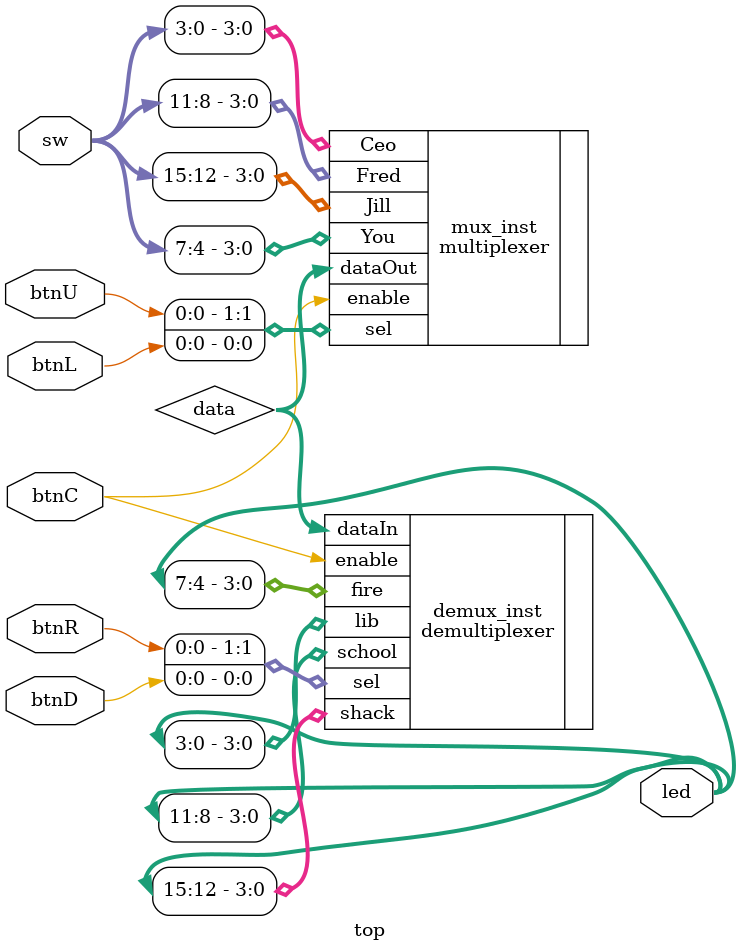
<source format=v>
`timescale 1ns/1ps

module top(
    input [15:0] sw,
    input btnL, btnU, btnD, btnR, btnC,
    output [15:0] led
    );
    
    wire[3:0] data;
    
    multiplexer mux_inst(
        .Ceo(sw[3:0]),
        .You(sw[7:4]),
        .Fred(sw[11:8]),
        .Jill(sw[15:12]),
        .enable(btnC),
        .sel({btnU, btnL}),
        .dataOut(data)
    );
    
    demultiplexer demux_inst(
        .dataIn(data),
        .lib(led[3:0]),
        .fire(led[7:4]),
        .school(led[11:8]),
        .shack(led[15:12]),
        .enable(btnC),
        .sel({btnR, btnD})
    );
endmodule

</source>
